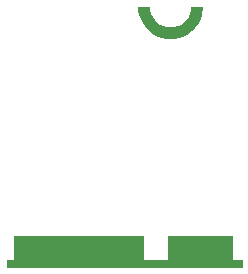
<source format=gbr>
%TF.GenerationSoftware,KiCad,Pcbnew,9.0.0*%
%TF.CreationDate,2025-05-23T15:58:18+04:00*%
%TF.ProjectId,02_02_sensor_barometer_DPS310XTSA1,30325f30-325f-4736-956e-736f725f6261,rev?*%
%TF.SameCoordinates,Original*%
%TF.FileFunction,Soldermask,Bot*%
%TF.FilePolarity,Negative*%
%FSLAX46Y46*%
G04 Gerber Fmt 4.6, Leading zero omitted, Abs format (unit mm)*
G04 Created by KiCad (PCBNEW 9.0.0) date 2025-05-23 15:58:18*
%MOMM*%
%LPD*%
G01*
G04 APERTURE LIST*
G04 Aperture macros list*
%AMRoundRect*
0 Rectangle with rounded corners*
0 $1 Rounding radius*
0 $2 $3 $4 $5 $6 $7 $8 $9 X,Y pos of 4 corners*
0 Add a 4 corners polygon primitive as box body*
4,1,4,$2,$3,$4,$5,$6,$7,$8,$9,$2,$3,0*
0 Add four circle primitives for the rounded corners*
1,1,$1+$1,$2,$3*
1,1,$1+$1,$4,$5*
1,1,$1+$1,$6,$7*
1,1,$1+$1,$8,$9*
0 Add four rect primitives between the rounded corners*
20,1,$1+$1,$2,$3,$4,$5,0*
20,1,$1+$1,$4,$5,$6,$7,0*
20,1,$1+$1,$6,$7,$8,$9,0*
20,1,$1+$1,$8,$9,$2,$3,0*%
G04 Aperture macros list end*
%ADD10C,0.100000*%
%ADD11C,0.000000*%
%ADD12RoundRect,0.050000X-0.175000X-0.975000X0.175000X-0.975000X0.175000X0.975000X-0.175000X0.975000X0*%
%ADD13C,0.554000*%
G04 APERTURE END LIST*
D10*
X138600000Y-113850000D02*
X158500000Y-113850000D01*
X158500000Y-114400000D01*
X138600000Y-114400000D01*
X138600000Y-113850000D01*
G36*
X138600000Y-113850000D02*
G01*
X158500000Y-113850000D01*
X158500000Y-114400000D01*
X138600000Y-114400000D01*
X138600000Y-113850000D01*
G37*
D11*
%TO.C,J1*%
G36*
X150777686Y-92669501D02*
G01*
X150856638Y-92964152D01*
X150985556Y-93240617D01*
X151160522Y-93490495D01*
X151376222Y-93706195D01*
X151626100Y-93881161D01*
X151902565Y-94010079D01*
X152197216Y-94089031D01*
X152501100Y-94115617D01*
X152804984Y-94089031D01*
X153099635Y-94010079D01*
X153376100Y-93881161D01*
X153625978Y-93706195D01*
X153841678Y-93490495D01*
X154016644Y-93240617D01*
X154145562Y-92964152D01*
X154224514Y-92669501D01*
X154251100Y-92365617D01*
X155251100Y-92365617D01*
X155157396Y-93077369D01*
X155041769Y-93417996D01*
X154882670Y-93740617D01*
X154682822Y-94039711D01*
X154445644Y-94310161D01*
X154175194Y-94547339D01*
X153876100Y-94747187D01*
X153553479Y-94906286D01*
X153212852Y-95021913D01*
X152860047Y-95092090D01*
X152501100Y-95115617D01*
X152142153Y-95092090D01*
X151789348Y-95021913D01*
X151448721Y-94906286D01*
X151126100Y-94747187D01*
X150827006Y-94547339D01*
X150556556Y-94310161D01*
X150319378Y-94039711D01*
X150119530Y-93740617D01*
X149960431Y-93417996D01*
X149844804Y-93077369D01*
X149774627Y-92724564D01*
X149751100Y-92365617D01*
X150751100Y-92365617D01*
X150777686Y-92669501D01*
G37*
%TD*%
D12*
%TO.C,J1*%
X157501100Y-112840617D03*
X157001100Y-112840617D03*
X156501100Y-112840617D03*
X156001100Y-112840617D03*
X155501100Y-112840617D03*
X155001100Y-112840617D03*
X154501100Y-112840617D03*
X154001100Y-112840617D03*
X153501100Y-112840617D03*
X153001100Y-112840617D03*
X152501100Y-112840617D03*
X150001100Y-112840617D03*
X149501100Y-112840617D03*
X149001100Y-112840617D03*
X148501100Y-112840617D03*
X148001100Y-112840617D03*
X147501100Y-112840617D03*
X147001100Y-112840617D03*
X146501100Y-112840617D03*
X146001100Y-112840617D03*
X145501100Y-112840617D03*
X145001100Y-112840617D03*
X144501100Y-112840617D03*
X144001100Y-112840617D03*
X143501100Y-112840617D03*
X143001100Y-112840617D03*
X142501100Y-112840617D03*
X142001100Y-112840617D03*
X141501100Y-112840617D03*
X141001100Y-112840617D03*
X140501100Y-112840617D03*
X140001100Y-112840617D03*
X139501100Y-112840617D03*
D13*
X150401100Y-93365617D03*
X152501100Y-94665617D03*
X154601100Y-93365617D03*
%TD*%
M02*

</source>
